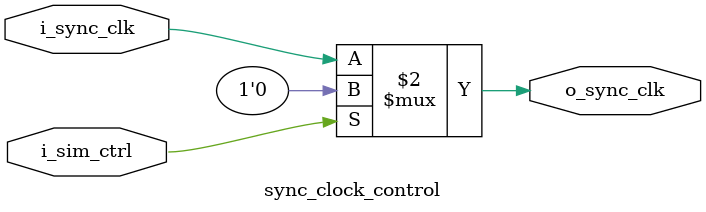
<source format=v>

`timescale 1ns/1ps

module sync_clock_control(
	i_sync_clk,
    i_sim_ctrl,           
	o_sync_clk
);
// I/O
//input

input                   i_sync_clk ;
input                   i_sim_ctrl ;
//output
output                  o_sync_clk ;


assign o_sync_clk = !i_sim_ctrl ? i_sync_clk:1'b0;
endmodule
</source>
